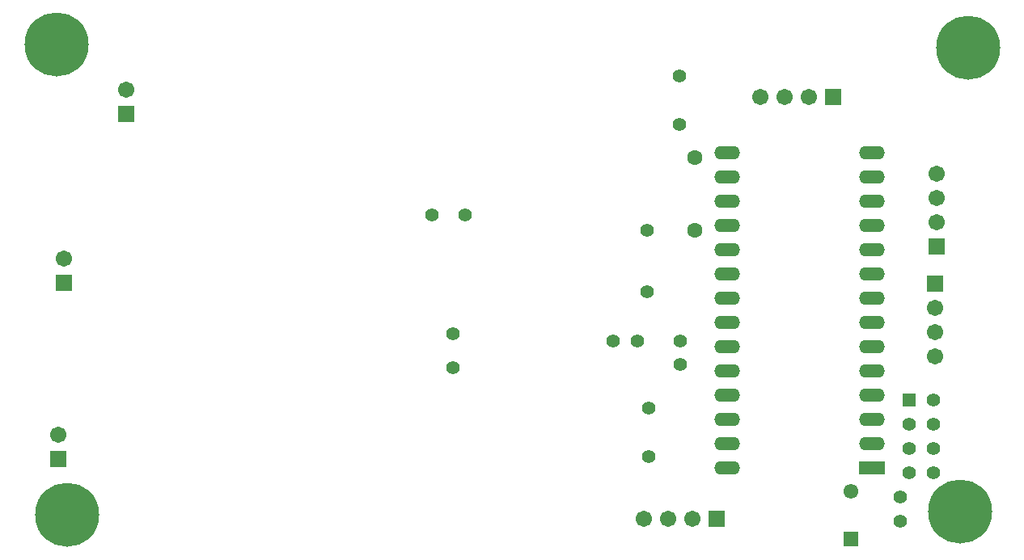
<source format=gbs>
G04 Layer_Color=16711935*
%FSLAX43Y43*%
%MOMM*%
G71*
G01*
G75*
%ADD81R,1.703X1.703*%
%ADD91C,1.403*%
%ADD92C,1.703*%
%ADD93C,1.603*%
%ADD94R,1.553X1.553*%
%ADD95C,1.553*%
%ADD96C,6.703*%
%ADD97O,2.703X1.403*%
%ADD98R,2.703X1.403*%
%ADD99R,1.403X1.403*%
%ADD100R,1.703X1.703*%
D81*
X97000Y28800D02*
D03*
X5200Y10400D02*
D03*
X97100Y32700D02*
D03*
X5800Y28888D02*
D03*
X12300Y46600D02*
D03*
D91*
X70300Y20300D02*
D03*
Y22800D02*
D03*
X63300D02*
D03*
X65800D02*
D03*
X93300Y3900D02*
D03*
Y6400D02*
D03*
X66800Y27900D02*
D03*
Y34400D02*
D03*
X96790Y8980D02*
D03*
Y11520D02*
D03*
Y14060D02*
D03*
Y16600D02*
D03*
X94250Y8980D02*
D03*
Y11520D02*
D03*
Y14060D02*
D03*
X46550Y23499D02*
D03*
Y19999D02*
D03*
X47800Y36000D02*
D03*
X44300D02*
D03*
X67000Y10700D02*
D03*
Y15700D02*
D03*
X70200Y45500D02*
D03*
Y50500D02*
D03*
D92*
X97000Y26260D02*
D03*
Y23720D02*
D03*
Y21180D02*
D03*
X5200Y12940D02*
D03*
X71530Y4150D02*
D03*
X68990D02*
D03*
X66450D02*
D03*
X97100Y35240D02*
D03*
Y37780D02*
D03*
Y40320D02*
D03*
X5800Y31428D02*
D03*
X12300Y49140D02*
D03*
X83760Y48320D02*
D03*
X81220D02*
D03*
X78680D02*
D03*
D93*
X71800Y42010D02*
D03*
Y34390D02*
D03*
D94*
X88200Y2000D02*
D03*
D95*
X88200Y7000D02*
D03*
D96*
X99600Y4900D02*
D03*
X100400Y53500D02*
D03*
X5000Y53800D02*
D03*
X6150Y4600D02*
D03*
D97*
X75200Y42520D02*
D03*
Y39980D02*
D03*
Y37440D02*
D03*
Y34900D02*
D03*
Y32360D02*
D03*
Y29820D02*
D03*
Y27280D02*
D03*
Y24740D02*
D03*
Y22200D02*
D03*
Y19660D02*
D03*
Y17120D02*
D03*
Y14580D02*
D03*
Y12040D02*
D03*
Y9500D02*
D03*
X90400Y42520D02*
D03*
Y39980D02*
D03*
Y37440D02*
D03*
Y34900D02*
D03*
Y32360D02*
D03*
Y29820D02*
D03*
Y27280D02*
D03*
Y24740D02*
D03*
Y22200D02*
D03*
Y19660D02*
D03*
Y17120D02*
D03*
Y14580D02*
D03*
Y12040D02*
D03*
D98*
Y9500D02*
D03*
D99*
X94250Y16600D02*
D03*
D100*
X74070Y4150D02*
D03*
X86300Y48320D02*
D03*
M02*

</source>
